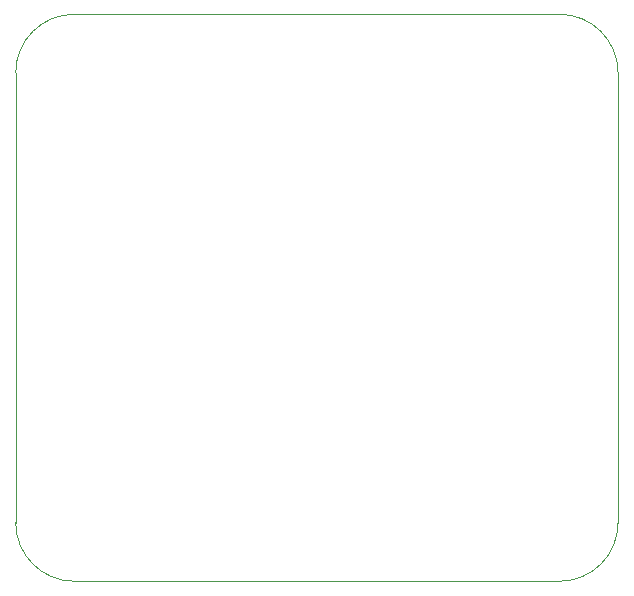
<source format=gbr>
G04 #@! TF.GenerationSoftware,KiCad,Pcbnew,(5.1.7)-1*
G04 #@! TF.CreationDate,2021-04-06T08:53:53-07:00*
G04 #@! TF.ProjectId,EsperDNS,45737065-7244-44e5-932e-6b696361645f,rev?*
G04 #@! TF.SameCoordinates,Original*
G04 #@! TF.FileFunction,Profile,NP*
%FSLAX46Y46*%
G04 Gerber Fmt 4.6, Leading zero omitted, Abs format (unit mm)*
G04 Created by KiCad (PCBNEW (5.1.7)-1) date 2021-04-06 08:53:53*
%MOMM*%
%LPD*%
G01*
G04 APERTURE LIST*
G04 #@! TA.AperFunction,Profile*
%ADD10C,0.100000*%
G04 #@! TD*
G04 APERTURE END LIST*
D10*
X-25500000Y-19050000D02*
G75*
G03*
X-20550000Y-24000000I4950000J0D01*
G01*
X20550000Y-24000000D02*
G75*
G03*
X25500000Y-19050000I0J4950000D01*
G01*
X25500000Y19050000D02*
G75*
G03*
X20550000Y24000000I-4950000J0D01*
G01*
X-20550000Y24000000D02*
G75*
G03*
X-25500000Y19050000I0J-4950000D01*
G01*
X25500000Y19050000D02*
X25500000Y-19050000D01*
X-20550000Y24000000D02*
X20550000Y24000000D01*
X-25500000Y19050000D02*
X-25500000Y-19050000D01*
X-20550000Y-24000000D02*
X20550000Y-24000000D01*
M02*

</source>
